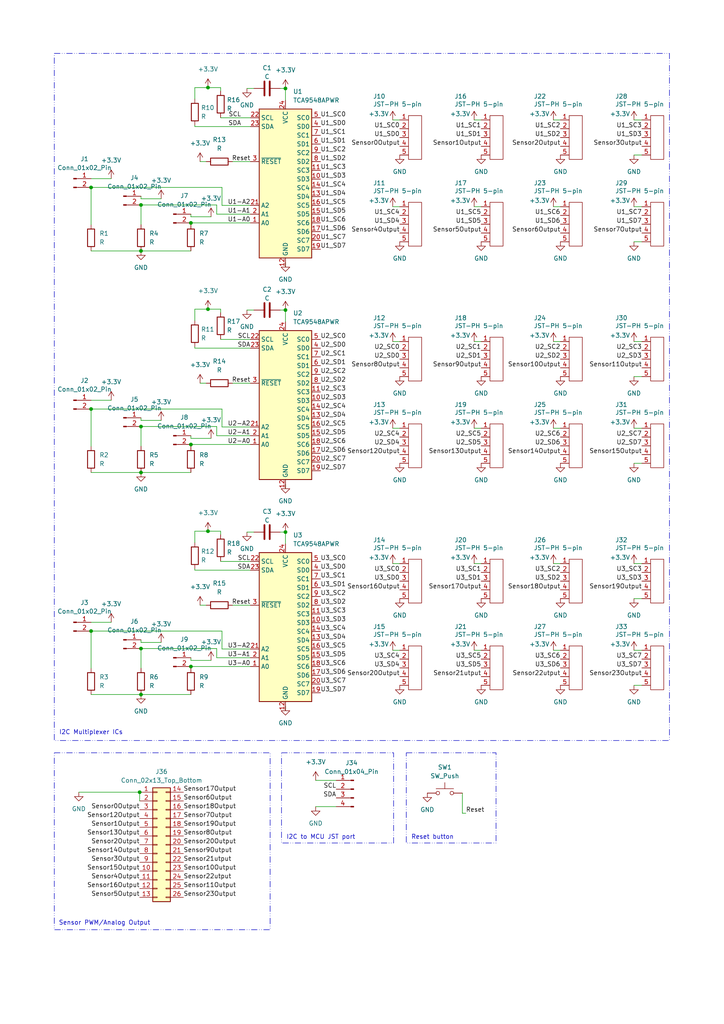
<source format=kicad_sch>
(kicad_sch (version 20230121) (generator eeschema)
  (paper "A4" portrait)
  (title_block (title "I2C Expander Multiplexer Board") (date "2/13/2024") (rev "1") (comment 2 "Uses three generic purple TCA9548A breakout boards as donors"))
  (lib_symbols
    (symbol "Connector:Conn_01x02_Pin" (pin_names (offset 1.016) hide)
      (property "Reference" "J" (at 0 2.54 0))
      (property "Value" "Conn_01x02_Pin" (at 0 -5.08 0))
      (symbol "Conn_01x02_Pin_1_1"
        (pin passive line (at 5.08 0 180) (length 3.81) (name "Pin_1") (number "1"))
        (pin passive line (at 5.08 -2.54 180) (length 3.81) (name "Pin_2") (number "2"))
      )
    )
    (symbol "Connector:Conn_01x04_Pin" (pin_names (offset 1.016) hide)
      (property "Reference" "J" (at 0 5.08 0))
      (property "Value" "Conn_01x04_Pin" (at 0 -7.62 0))
      (symbol "Conn_01x04_Pin_1_1"
        (pin passive line (at 5.08 2.54 180) (length 3.81) (name "Pin_1") (number "1"))
        (pin passive line (at 5.08 0 180) (length 3.81) (name "Pin_2") (number "2"))
        (pin passive line (at 5.08 -2.54 180) (length 3.81) (name "Pin_3") (number "3"))
        (pin passive line (at 5.08 -5.08 180) (length 3.81) (name "Pin_4") (number "4"))
      )
    )
    (symbol "Connector_Generic:Conn_02x13_Top_Bottom" (pin_names (offset 1.016) hide)
      (property "Reference" "J" (at 1.27 17.78 0))
      (property "Value" "Conn_02x13_Top_Bottom" (at 1.27 -17.78 0))
      (symbol "Conn_02x13_Top_Bottom_1_1"
        (pin passive line (at -5.08 15.24 0) (length 3.81) (name "Pin_1") (number "1"))
        (pin passive line (at -5.08 -7.62 0) (length 3.81) (name "Pin_10") (number "10"))
        (pin passive line (at -5.08 -10.16 0) (length 3.81) (name "Pin_11") (number "11"))
        (pin passive line (at -5.08 -12.7 0) (length 3.81) (name "Pin_12") (number "12"))
        (pin passive line (at -5.08 -15.24 0) (length 3.81) (name "Pin_13") (number "13"))
        (pin passive line (at 7.62 15.24 180) (length 3.81) (name "Pin_14") (number "14"))
        (pin passive line (at 7.62 12.7 180) (length 3.81) (name "Pin_15") (number "15"))
        (pin passive line (at 7.62 10.16 180) (length 3.81) (name "Pin_16") (number "16"))
        (pin passive line (at 7.62 7.62 180) (length 3.81) (name "Pin_17") (number "17"))
        (pin passive line (at 7.62 5.08 180) (length 3.81) (name "Pin_18") (number "18"))
        (pin passive line (at 7.62 2.54 180) (length 3.81) (name "Pin_19") (number "19"))
        (pin passive line (at -5.08 12.7 0) (length 3.81) (name "Pin_2") (number "2"))
        (pin passive line (at 7.62 0 180) (length 3.81) (name "Pin_20") (number "20"))
        (pin passive line (at 7.62 -2.54 180) (length 3.81) (name "Pin_21") (number "21"))
        (pin passive line (at 7.62 -5.08 180) (length 3.81) (name "Pin_22") (number "22"))
        (pin passive line (at 7.62 -7.62 180) (length 3.81) (name "Pin_23") (number "23"))
        (pin passive line (at 7.62 -10.16 180) (length 3.81) (name "Pin_24") (number "24"))
        (pin passive line (at 7.62 -12.7 180) (length 3.81) (name "Pin_25") (number "25"))
        (pin passive line (at 7.62 -15.24 180) (length 3.81) (name "Pin_26") (number "26"))
        (pin passive line (at -5.08 10.16 0) (length 3.81) (name "Pin_3") (number "3"))
        (pin passive line (at -5.08 7.62 0) (length 3.81) (name "Pin_4") (number "4"))
        (pin passive line (at -5.08 5.08 0) (length 3.81) (name "Pin_5") (number "5"))
        (pin passive line (at -5.08 2.54 0) (length 3.81) (name "Pin_6") (number "6"))
        (pin passive line (at -5.08 0 0) (length 3.81) (name "Pin_7") (number "7"))
        (pin passive line (at -5.08 -2.54 0) (length 3.81) (name "Pin_8") (number "8"))
        (pin passive line (at -5.08 -5.08 0) (length 3.81) (name "Pin_9") (number "9"))
      )
    )
    (symbol "Device:C" (pin_numbers hide) (pin_names (offset 0.254))
      (property "Reference" "C" (at 0.635 2.54 0))
      (property "Value" "C" (at 0.635 -2.54 0))
      (symbol "C_1_1"
        (pin passive line (at 0 3.81 270) (length 2.794) (name "~") (number "1"))
        (pin passive line (at 0 -3.81 90) (length 2.794) (name "~") (number "2"))
      )
    )
    (symbol "Device:R" (pin_numbers hide) (pin_names (offset 0))
      (property "Reference" "R" (at 2.032 0 90))
      (property "Value" "R" (at 0 0 90))
      (symbol "R_1_1"
        (pin passive line (at 0 3.81 270) (length 1.27) (name "~") (number "1"))
        (pin passive line (at 0 -3.81 90) (length 1.27) (name "~") (number "2"))
      )
    )
    (symbol "Interface_Expansion:TCA9548APWR"
      (property "Reference" "U" (at -7.62 21.59 0))
      (property "Value" "TCA9548APWR" (at 1.016 21.59 0))
      (symbol "TCA9548APWR_1_1"
        (pin input line (at -10.16 -12.7 0) (length 2.54) (name "A0") (number "1"))
        (pin bidirectional line (at 10.16 0 180) (length 2.54) (name "SD3") (number "10"))
        (pin output line (at 10.16 2.54 180) (length 2.54) (name "SC3") (number "11"))
        (pin power_in line (at 0 -25.4 90) (length 2.54) (name "GND") (number "12"))
        (pin bidirectional line (at 10.16 -5.08 180) (length 2.54) (name "SD4") (number "13"))
        (pin output line (at 10.16 -2.54 180) (length 2.54) (name "SC4") (number "14"))
        (pin bidirectional line (at 10.16 -10.16 180) (length 2.54) (name "SD5") (number "15"))
        (pin output line (at 10.16 -7.62 180) (length 2.54) (name "SC5") (number "16"))
        (pin bidirectional line (at 10.16 -15.24 180) (length 2.54) (name "SD6") (number "17"))
        (pin output line (at 10.16 -12.7 180) (length 2.54) (name "SC6") (number "18"))
        (pin bidirectional line (at 10.16 -20.32 180) (length 2.54) (name "SD7") (number "19"))
        (pin input line (at -10.16 -10.16 0) (length 2.54) (name "A1") (number "2"))
        (pin output line (at 10.16 -17.78 180) (length 2.54) (name "SC7") (number "20"))
        (pin input line (at -10.16 -7.62 0) (length 2.54) (name "A2") (number "21"))
        (pin input line (at -10.16 17.78 0) (length 2.54) (name "SCL") (number "22"))
        (pin bidirectional line (at -10.16 15.24 0) (length 2.54) (name "SDA") (number "23"))
        (pin power_in line (at 0 22.86 270) (length 2.54) (name "VCC") (number "24"))
        (pin input line (at -10.16 5.08 0) (length 2.54) (name "~{RESET}") (number "3"))
        (pin bidirectional line (at 10.16 15.24 180) (length 2.54) (name "SD0") (number "4"))
        (pin output line (at 10.16 17.78 180) (length 2.54) (name "SC0") (number "5"))
        (pin bidirectional line (at 10.16 10.16 180) (length 2.54) (name "SD1") (number "6"))
        (pin output line (at 10.16 12.7 180) (length 2.54) (name "SC1") (number "7"))
        (pin bidirectional line (at 10.16 5.08 180) (length 2.54) (name "SD2") (number "8"))
        (pin output line (at 10.16 7.62 180) (length 2.54) (name "SC2") (number "9"))
      )
    )
    (symbol "JST_5pin_SMD_vertical:JST_5pin"
      (property "Reference" "J" (at 5.08 5.08 0))
      (property "Value" "JST-PH 5-pin" (at 11.43 2.54 0))
      (symbol "JST_5pin_0_0"
        (text "" (at -2.54 -2.54 0) (effects (font (size 1.27 1.27))))
      )
      (symbol "JST_5pin_1_1"
        (pin input line (at -2.54 5.08 0) (length 2.54) (name "") (number "1"))
        (pin input line (at -2.54 2.54 0) (length 2.54) (name "") (number "2"))
        (pin input line (at -2.54 0 0) (length 2.54) (name "") (number "3"))
        (pin input line (at -2.54 -2.54 0) (length 2.54) (name "") (number "4"))
        (pin input line (at -2.54 -5.08 0) (length 2.54) (name "") (number "5"))
      )
    )
    (symbol "Switch:SW_Push" (pin_numbers hide) (pin_names (offset 1.016) hide)
      (property "Reference" "SW" (at 1.27 2.54 0))
      (property "Value" "SW_Push" (at 0 -1.524 0))
      (symbol "SW_Push_0_1"
        (pin passive line (at -5.08 0 0) (length 2.54) (name "1") (number "1"))
        (pin passive line (at 5.08 0 180) (length 2.54) (name "2") (number "2"))
      )
    )
    (symbol "power:+3.3V" (power) (pin_names (offset 0))
      (property "Value" "+3.3V" (at 0 3.556 0))
      (symbol "+3.3V_1_1"
        (pin power_in line (at 0 0 90) (length 0) hide (name "+3.3V") (number "1"))
      )
    )
    (symbol "power:GND" (power) (pin_names (offset 0))
      (property "Value" "GND" (at 0 -3.81 0))
      (symbol "GND_1_1"
        (pin power_in line (at 0 0 270) (length 0) hide (name "GND") (number "1"))
      )
    )
  )
  (junction (at 60.325 89.662))
  (junction (at 40.894 137.033))
  (junction (at 40.513 229.743))
  (junction (at 40.894 188.087))
  (junction (at 55.372 193.294))
  (junction (at 40.894 72.771))
  (junction (at 82.804 25.654))
  (junction (at 55.372 64.643))
  (junction (at 40.894 59.436))
  (junction (at 60.325 154.051))
  (junction (at 82.804 154.305))
  (junction (at 26.416 118.618))
  (junction (at 82.804 89.916))
  (junction (at 26.416 54.356))
  (junction (at 40.894 123.698))
  (junction (at 26.416 183.007))
  (junction (at 55.372 128.905))
  (junction (at 40.894 201.422))
  (junction (at 60.325 25.4))
  (wire (pts (xy 64.389 188.214) (xy 72.644 188.214)))
  (wire (pts (xy 183.896 198.755) (xy 186.182 198.755)))
  (wire (pts (xy 113.919 99.06) (xy 115.951 99.06)))
  (wire (pts (xy 46.736 186.309) (xy 40.894 186.309)))
  (wire (pts (xy 62.865 123.698) (xy 62.865 126.365)))
  (wire (pts (xy 55.372 127.127) (xy 55.372 126.365)))
  (wire (pts (xy 58.039 111.125) (xy 59.817 111.125)))
  (wire (pts (xy 160.528 124.206) (xy 162.56 124.206)))
  (wire (pts (xy 160.528 99.06) (xy 162.56 99.06)))
  (wire (pts (xy 40.894 121.92) (xy 40.894 121.158)))
  (wire (pts (xy 82.804 204.851) (xy 82.804 205.994)))
  (wire (pts (xy 160.528 163.449) (xy 162.56 163.449)))
  (wire (pts (xy 40.894 186.309) (xy 40.894 185.547)))
  (wire (pts (xy 56.515 36.703) (xy 72.644 36.703)))
  (wire (pts (xy 183.896 188.595) (xy 186.182 188.595)))
  (wire (pts (xy 40.894 123.698) (xy 62.865 123.698)))
  (wire (pts (xy 183.896 163.449) (xy 186.182 163.449)))
  (wire (pts (xy 113.919 188.595) (xy 115.951 188.595)))
  (wire (pts (xy 82.804 89.916) (xy 82.804 93.345)))
  (wire (pts (xy 73.66 154.305) (xy 71.628 154.305)))
  (wire (pts (xy 56.515 154.051) (xy 60.325 154.051)))
  (wire (pts (xy 55.372 62.865) (xy 55.372 62.103)))
  (wire (pts (xy 64.389 123.825) (xy 72.644 123.825)))
  (wire (pts (xy 32.258 51.816) (xy 26.416 51.816)))
  (wire (pts (xy 55.372 64.643) (xy 55.372 65.151)))
  (wire (pts (xy 26.416 137.033) (xy 40.894 137.033)))
  (wire (pts (xy 97.536 233.934) (xy 91.567 233.934)))
  (wire (pts (xy 60.325 25.4) (xy 64.008 25.4)))
  (wire (pts (xy 55.372 191.516) (xy 55.372 190.754)))
  (wire (pts (xy 64.008 26.416) (xy 64.008 25.4)))
  (wire (pts (xy 137.541 124.206) (xy 139.573 124.206)))
  (wire (pts (xy 183.896 99.06) (xy 186.182 99.06)))
  (wire (pts (xy 56.515 89.662) (xy 60.325 89.662)))
  (wire (pts (xy 81.28 154.305) (xy 82.804 154.305)))
  (wire (pts (xy 113.919 124.206) (xy 115.951 124.206)))
  (wire (pts (xy 72.644 128.905) (xy 55.372 128.905)))
  (wire (pts (xy 64.008 90.678) (xy 64.008 89.662)))
  (wire (pts (xy 26.416 72.771) (xy 40.894 72.771)))
  (wire (pts (xy 64.008 34.163) (xy 64.008 34.036)))
  (wire (pts (xy 64.008 98.425) (xy 72.644 98.425)))
  (wire (pts (xy 62.865 62.103) (xy 72.644 62.103)))
  (wire (pts (xy 82.804 76.2) (xy 82.804 77.343)))
  (wire (pts (xy 26.416 118.618) (xy 64.389 118.618)))
  (wire (pts (xy 26.416 118.618) (xy 26.416 129.413)))
  (wire (pts (xy 60.325 89.662) (xy 64.008 89.662)))
  (wire (pts (xy 64.389 59.563) (xy 72.644 59.563)))
  (wire (pts (xy 183.896 44.958) (xy 186.182 44.958)))
  (wire (pts (xy 26.416 54.356) (xy 26.416 65.151)))
  (wire (pts (xy 97.536 226.314) (xy 91.567 226.314)))
  (wire (pts (xy 60.325 154.051) (xy 64.008 154.051)))
  (wire (pts (xy 56.515 28.702) (xy 56.515 25.4)))
  (wire (pts (xy 137.541 99.06) (xy 139.573 99.06)))
  (wire (pts (xy 64.008 155.067) (xy 64.008 154.051)))
  (wire (pts (xy 40.894 59.436) (xy 40.894 65.151)))
  (wire (pts (xy 67.437 111.125) (xy 72.644 111.125)))
  (wire (pts (xy 40.894 188.087) (xy 62.865 188.087)))
  (wire (pts (xy 67.437 46.863) (xy 72.644 46.863)))
  (wire (pts (xy 160.528 34.798) (xy 162.56 34.798)))
  (wire (pts (xy 62.865 126.365) (xy 72.644 126.365)))
  (wire (pts (xy 64.008 34.163) (xy 72.644 34.163)))
  (wire (pts (xy 40.894 123.698) (xy 40.894 129.413)))
  (wire (pts (xy 135.128 235.839) (xy 134.112 235.839)))
  (wire (pts (xy 160.528 59.944) (xy 162.56 59.944)))
  (wire (pts (xy 81.28 89.916) (xy 82.804 89.916)))
  (wire (pts (xy 82.804 140.462) (xy 82.804 141.605)))
  (wire (pts (xy 72.644 193.294) (xy 55.372 193.294)))
  (wire (pts (xy 82.804 154.305) (xy 82.804 157.734)))
  (wire (pts (xy 72.644 64.643) (xy 55.372 64.643)))
  (wire (pts (xy 137.541 163.449) (xy 139.573 163.449)))
  (wire (pts (xy 32.258 180.467) (xy 26.416 180.467)))
  (wire (pts (xy 64.008 162.814) (xy 64.008 162.687)))
  (wire (pts (xy 55.372 193.294) (xy 55.372 193.802)))
  (wire (pts (xy 137.541 34.798) (xy 139.573 34.798)))
  (wire (pts (xy 61.214 127.127) (xy 55.372 127.127)))
  (wire (pts (xy 183.896 109.22) (xy 186.182 109.22)))
  (wire (pts (xy 56.515 92.964) (xy 56.515 89.662)))
  (wire (pts (xy 81.28 25.654) (xy 82.804 25.654)))
  (wire (pts (xy 55.372 128.905) (xy 55.372 129.413)))
  (wire (pts (xy 73.66 89.916) (xy 71.628 89.916)))
  (wire (pts (xy 73.66 25.654) (xy 71.628 25.654)))
  (wire (pts (xy 46.736 57.658) (xy 40.894 57.658)))
  (wire (pts (xy 137.541 59.944) (xy 139.573 59.944)))
  (wire (pts (xy 56.515 25.4) (xy 60.325 25.4)))
  (wire (pts (xy 61.214 191.516) (xy 55.372 191.516)))
  (wire (pts (xy 183.896 59.944) (xy 186.182 59.944)))
  (wire (pts (xy 113.919 163.449) (xy 115.951 163.449)))
  (wire (pts (xy 40.894 72.771) (xy 55.372 72.771)))
  (wire (pts (xy 32.258 116.078) (xy 26.416 116.078)))
  (wire (pts (xy 26.416 183.007) (xy 64.389 183.007)))
  (wire (pts (xy 26.416 183.007) (xy 26.416 193.802)))
  (wire (pts (xy 58.039 175.514) (xy 59.817 175.514)))
  (wire (pts (xy 183.896 70.104) (xy 186.182 70.104)))
  (wire (pts (xy 183.896 173.609) (xy 186.182 173.609)))
  (wire (pts (xy 40.513 229.743) (xy 22.86 229.743)))
  (wire (pts (xy 56.515 100.965) (xy 56.515 100.584)))
  (wire (pts (xy 64.389 54.356) (xy 64.389 59.563)))
  (wire (pts (xy 64.389 183.007) (xy 64.389 188.214)))
  (wire (pts (xy 137.541 188.595) (xy 139.573 188.595)))
  (wire (pts (xy 56.515 36.703) (xy 56.515 36.322)))
  (wire (pts (xy 56.515 100.965) (xy 72.644 100.965)))
  (wire (pts (xy 64.008 98.425) (xy 64.008 98.298)))
  (wire (pts (xy 183.896 124.206) (xy 186.182 124.206)))
  (wire (pts (xy 113.919 59.944) (xy 115.951 59.944)))
  (wire (pts (xy 40.894 137.033) (xy 55.372 137.033)))
  (wire (pts (xy 64.008 162.814) (xy 72.644 162.814)))
  (wire (pts (xy 40.894 59.436) (xy 62.865 59.436)))
  (wire (pts (xy 56.515 157.353) (xy 56.515 154.051)))
  (wire (pts (xy 26.416 54.356) (xy 64.389 54.356)))
  (wire (pts (xy 40.894 188.087) (xy 40.894 193.802)))
  (wire (pts (xy 46.736 121.92) (xy 40.894 121.92)))
  (wire (pts (xy 134.112 235.839) (xy 134.112 229.997)))
  (wire (pts (xy 40.894 57.658) (xy 40.894 56.896)))
  (wire (pts (xy 67.437 175.514) (xy 72.644 175.514)))
  (wire (pts (xy 58.039 46.863) (xy 59.817 46.863)))
  (wire (pts (xy 26.416 201.422) (xy 40.894 201.422)))
  (wire (pts (xy 61.214 62.865) (xy 55.372 62.865)))
  (wire (pts (xy 183.896 34.798) (xy 186.182 34.798)))
  (wire (pts (xy 183.896 134.366) (xy 186.182 134.366)))
  (wire (pts (xy 64.389 118.618) (xy 64.389 123.825)))
  (wire (pts (xy 62.865 59.436) (xy 62.865 62.103)))
  (wire (pts (xy 160.528 188.595) (xy 162.56 188.595)))
  (wire (pts (xy 113.919 34.798) (xy 115.951 34.798)))
  (wire (pts (xy 56.515 165.354) (xy 56.515 164.973)))
  (wire (pts (xy 40.513 229.743) (xy 40.513 232.283)))
  (wire (pts (xy 62.865 188.087) (xy 62.865 190.754)))
  (wire (pts (xy 56.515 165.354) (xy 72.644 165.354)))
  (wire (pts (xy 82.804 25.654) (xy 82.804 29.083)))
  (wire (pts (xy 62.865 190.754) (xy 72.644 190.754)))
  (wire (pts (xy 40.894 201.422) (xy 55.372 201.422)))
  (rectangle (start 81.661 218.313) (end 114.173 244.475) (stroke (width 0) (type dash_dot_dot)))
  (rectangle (start 117.856 218.313) (end 143.891 244.475) (stroke (width 0) (type dash_dot_dot)))
  (rectangle (start 15.748 15.494) (end 194.183 214.757) (stroke (width 0) (type dash_dot_dot)))
  (rectangle (start 15.748 218.313) (end 78.359 269.621) (stroke (width 0) (type dash_dot_dot)))
  (text "I2C Multiplexer ICs" (at 17.145 213.233 0) (effects (font (size 1.27 1.27)) (justify left bottom)))
  (text "I2C to MCU JST port" (at 83.058 243.586 0) (effects (font (size 1.27 1.27)) (justify left bottom)))
  (text "Sensor PWM/Analog Output" (at 17.018 268.478 0) (effects (font (size 1.27 1.27)) (justify left bottom)))
  (text "Reset button" (at 119.253 243.586 0) (effects (font (size 1.27 1.27)) (justify left bottom)))
  (label "Sensor4Output" (at 115.951 67.564 180))
  (label "Sensor16Output" (at 40.513 257.683 180))
  (label "U1_SC5" (at 92.964 59.563 0))
  (label "Sensor8Output" (at 53.213 242.443 0))
  (label "Reset" (at 72.644 46.863 180))
  (label "U1_SC6" (at 92.964 64.643 0))
  (label "U1_SC6" (at 162.56 62.484 180))
  (label "U3_SC2" (at 162.56 165.989 180))
  (label "U1_SD0" (at 115.951 39.878 180))
  (label "U1_SC1" (at 139.573 37.338 180))
  (label "U2_SC1" (at 92.964 103.505 0))
  (label "U1_SC2" (at 162.56 37.338 180))
  (label "U2_SD4" (at 115.951 129.286 180))
  (label "U2_SC2" (at 162.56 101.6 180))
  (label "SCL" (at 69.977 34.163 180))
  (label "U2_SD3" (at 186.182 104.14 180))
  (label "U2_SD5" (at 139.573 129.286 180))
  (label "U1_SD7" (at 186.182 65.024 180))
  (label "U1_SC2" (at 92.964 44.323 0))
  (label "Sensor13Output" (at 139.573 131.826 180))
  (label "U1_SC0" (at 92.964 34.163 0))
  (label "U3_SC1" (at 92.964 167.894 0))
  (label "U3_SD4" (at 115.951 193.675 180))
  (label "U1-A0" (at 72.644 64.643 180))
  (label "U2_SD6" (at 162.56 129.286 180))
  (label "U1_SC7" (at 92.964 69.723 0))
  (label "U3_SD7" (at 186.182 193.675 180))
  (label "U1_SD4" (at 92.964 57.023 0))
  (label "U3_SC0" (at 92.964 162.814 0))
  (label "U2_SC3" (at 186.182 101.6 180))
  (label "Sensor6Output" (at 162.56 67.564 180))
  (label "U1_SC3" (at 186.182 37.338 180))
  (label "Sensor20Output" (at 53.213 244.983 0))
  (label "U3_SC6" (at 92.964 193.294 0))
  (label "SDA" (at 97.536 231.394 180))
  (label "U1-A2" (at 72.644 59.563 180))
  (label "Sensor10Output" (at 162.56 106.68 180))
  (label "U2_SC5" (at 139.573 126.746 180))
  (label "U2_SC4" (at 115.951 126.746 180))
  (label "U1_SD2" (at 92.964 46.863 0))
  (label "U2_SC0" (at 92.964 98.425 0))
  (label "U1_SD3" (at 186.182 39.878 180))
  (label "U3_SD3" (at 186.182 168.529 180))
  (label "U2_SD0" (at 115.951 104.14 180))
  (label "U1_SC5" (at 139.573 62.484 180))
  (label "U2_SC4" (at 92.964 118.745 0))
  (label "U3-A0" (at 72.644 193.294 180))
  (label "Sensor5Output" (at 139.573 67.564 180))
  (label "U3_SC3" (at 92.964 178.054 0))
  (label "U2_SD0" (at 92.964 100.965 0))
  (label "Sensor17Output" (at 53.213 229.743 0))
  (label "U2_SD1" (at 92.964 106.045 0))
  (label "Sensor6Output" (at 53.213 232.283 0))
  (label "Sensor22utput" (at 162.56 196.215 180))
  (label "U2_SD3" (at 92.964 116.205 0))
  (label "U3_SC7" (at 186.182 191.135 180))
  (label "Sensor14Output" (at 40.513 247.523 180))
  (label "Sensor0Output" (at 40.513 234.823 180))
  (label "U2_SD7" (at 92.964 136.525 0))
  (label "U3-A1" (at 72.644 190.754 180))
  (label "Sensor7Output" (at 186.182 67.564 180))
  (label "U1_SD5" (at 139.573 65.024 180))
  (label "Sensor9Output" (at 139.573 106.68 180))
  (label "U3_SD1" (at 92.964 170.434 0))
  (label "U3_SC1" (at 139.573 165.989 180))
  (label "Sensor2Output" (at 162.56 42.418 180))
  (label "Sensor18Output" (at 162.56 171.069 180))
  (label "SDA" (at 72.644 165.354 180))
  (label "U2_SC0" (at 115.951 101.6 180))
  (label "U3_SC6" (at 162.56 191.135 180))
  (label "U3_SD1" (at 139.573 168.529 180))
  (label "Sensor23Output" (at 53.213 260.223 0))
  (label "Sensor1Output" (at 139.573 42.418 180))
  (label "U1_SC7" (at 186.182 62.484 180))
  (label "U3_SD4" (at 92.964 185.674 0))
  (label "U3_SD2" (at 92.964 175.514 0))
  (label "U2_SD5" (at 92.964 126.365 0))
  (label "SCL" (at 97.536 228.854 180))
  (label "U2-A1" (at 72.644 126.365 180))
  (label "Sensor11Output" (at 53.213 257.683 0))
  (label "SDA" (at 69.977 36.703 180))
  (label "U3_SC3" (at 186.182 165.989 180))
  (label "U1_SC1" (at 92.964 39.243 0))
  (label "Sensor4Output" (at 40.513 255.143 180))
  (label "U3_SD5" (at 139.573 193.675 180))
  (label "U3_SD7" (at 92.964 200.914 0))
  (label "U3_SD5" (at 92.964 190.754 0))
  (label "Sensor21utput" (at 53.213 250.063 0))
  (label "U2_SC6" (at 92.964 128.905 0))
  (label "Sensor21utput" (at 139.573 196.215 180))
  (label "Sensor11Output" (at 186.182 106.68 180))
  (label "U1_SD6" (at 92.964 67.183 0))
  (label "U2_SC2" (at 92.964 108.585 0))
  (label "U3-A2" (at 72.644 188.214 180))
  (label "U1_SD3" (at 92.964 51.943 0))
  (label "U1-A1" (at 72.644 62.103 180))
  (label "U1_SC4" (at 92.964 54.483 0))
  (label "U3_SC5" (at 139.573 191.135 180))
  (label "Sensor3Output" (at 186.182 42.418 180))
  (label "U3_SD6" (at 92.964 195.834 0))
  (label "Sensor12Output" (at 40.513 237.363 180))
  (label "U1_SD7" (at 92.964 72.263 0))
  (label "Sensor15Output" (at 186.182 131.826 180))
  (label "U2_SC5" (at 92.964 123.825 0))
  (label "U2_SD2" (at 162.56 104.14 180))
  (label "U2_SC7" (at 186.182 126.746 180))
  (label "Sensor0Output" (at 115.951 42.418 180))
  (label "Sensor1Output" (at 40.513 239.903 180))
  (label "U1_SC0" (at 115.951 37.338 180))
  (label "Sensor10Output" (at 53.213 252.603 0))
  (label "Sensor22utput" (at 53.213 255.143 0))
  (label "Sensor13Output" (at 40.513 242.443 180))
  (label "Sensor15Output" (at 40.513 252.603 180))
  (label "Sensor17Output" (at 139.573 171.069 180))
  (label "Sensor12Output" (at 115.951 131.826 180))
  (label "U2_SC6" (at 162.56 126.746 180))
  (label "Sensor7Output" (at 53.213 237.363 0))
  (label "Sensor18Output" (at 53.213 234.823 0))
  (label "U2_SD1" (at 139.573 104.14 180))
  (label "Reset" (at 135.128 235.839 0))
  (label "Sensor14Output" (at 162.56 131.826 180))
  (label "U1_SD0" (at 92.964 36.703 0))
  (label "U2_SD4" (at 92.964 121.285 0))
  (label "U3_SC7" (at 92.964 198.374 0))
  (label "U3_SC4" (at 92.964 183.134 0))
  (label "Reset" (at 72.644 175.514 180))
  (label "SDA" (at 72.644 100.965 180))
  (label "Sensor8Output" (at 115.951 106.68 180))
  (label "U1_SD2" (at 162.56 39.878 180))
  (label "Sensor20Output" (at 115.951 196.215 180))
  (label "U3_SD3" (at 92.964 180.594 0))
  (label "Sensor2Output" (at 40.513 244.983 180))
  (label "Sensor19Output" (at 186.182 171.069 180))
  (label "U2_SC1" (at 139.573 101.6 180))
  (label "Sensor16Output" (at 115.951 171.069 180))
  (label "U2-A2" (at 72.644 123.825 180))
  (label "U2-A0" (at 72.644 128.905 180))
  (label "U3_SC4" (at 115.951 191.135 180))
  (label "U2_SC7" (at 92.964 133.985 0))
  (label "SCL" (at 72.644 98.425 180))
  (label "U3_SD0" (at 115.951 168.529 180))
  (label "Sensor19Output" (at 53.213 239.903 0))
  (label "U2_SC3" (at 92.964 113.665 0))
  (label "Sensor5Output" (at 40.513 260.223 180))
  (label "U2_SD2" (at 92.964 111.125 0))
  (label "U1_SD1" (at 139.573 39.878 180))
  (label "U3_SD2" (at 162.56 168.529 180))
  (label "U2_SD7" (at 186.182 129.286 180))
  (label "U1_SD6" (at 162.56 65.024 180))
  (label "U2_SD6" (at 92.964 131.445 0))
  (label "U1_SD4" (at 115.951 65.024 180))
  (label "Sensor3Output" (at 40.513 250.063 180))
  (label "Sensor23Output" (at 186.182 196.215 180))
  (label "Sensor9Output" (at 53.213 247.523 0))
  (label "U3_SC0" (at 115.951 165.989 180))
  (label "U1_SC3" (at 92.964 49.403 0))
  (label "SCL" (at 72.644 162.814 180))
  (label "U3_SD6" (at 162.56 193.675 180))
  (label "Reset" (at 72.644 111.125 180))
  (label "U1_SD1" (at 92.964 41.783 0))
  (label "U1_SD5" (at 92.964 62.103 0))
  (label "U3_SD0" (at 92.964 165.354 0))
  (label "U1_SC4" (at 115.951 62.484 180))
  (label "U3_SC2" (at 92.964 172.974 0))
  (label "U3_SC5" (at 92.964 188.214 0))
  (symbol (lib_id "JST_5pin_SMD_vertical:JST_5pin") (at 142.113 168.529 0) (unit 1)
    (property "Reference" "J20" (at 131.826 156.591 0) (effects (justify left)))
    (property "Value" "JST-PH 5-pin" (at 131.826 158.877 0) (effects (justify left)))
    (property "Footprint" "Connector_JST:JST_PH_B5B-PH-K_1x05_P2.00mm_Vertical" (effects hide))
  )
  (symbol (lib_id "power:+3.3V") (at 160.528 188.595 0) (unit 1)
    (property "Reference" "#PWR057" (effects hide))
    (property "Value" "+3.3V" (at 156.464 186.817 0))
  )
  (symbol (lib_id "JST_5pin_SMD_vertical:JST_5pin") (at 188.722 168.529 0) (unit 1)
    (property "Reference" "J32" (at 178.435 156.591 0) (effects (justify left)))
    (property "Value" "JST-PH 5-pin" (at 178.435 158.877 0) (effects (justify left)))
    (property "Footprint" "Connector_JST:JST_PH_B5B-PH-K_1x05_P2.00mm_Vertical" (effects hide))
  )
  (symbol (lib_id "power:+3.3V") (at 32.258 116.078 0) (unit 1)
    (property "Reference" "#PWR02" (effects hide))
    (property "Value" "+3.3V" (at 32.258 110.744 0))
  )
  (symbol (lib_id "power:+3.3V") (at 32.258 51.816 0) (unit 1)
    (property "Reference" "#PWR01" (effects hide))
    (property "Value" "+3.3V" (at 32.258 46.482 0))
  )
  (symbol (lib_id "Device:R") (at 26.416 133.223 180) (unit 1)
    (property "Reference" "R2" (at 28.829 131.953 0) (effects (justify right)))
    (property "Value" "R" (at 28.829 134.493 0) (effects (justify right)))
    (property "Footprint" "Resistor_SMD:R_0805_2012Metric_Pad1.20x1.40mm_HandSolder" (effects hide))
  )
  (symbol (lib_id "power:+3.3V") (at 61.214 127.127 0) (unit 1)
    (property "Reference" "#PWR011" (effects hide))
    (property "Value" "+3.3V" (at 61.214 121.793 0))
  )
  (symbol (lib_id "JST_5pin_SMD_vertical:JST_5pin") (at 118.491 168.529 0) (unit 1)
    (property "Reference" "J14" (at 108.204 156.591 0) (effects (justify left)))
    (property "Value" "JST-PH 5-pin" (at 108.204 158.877 0) (effects (justify left)))
    (property "Footprint" "Connector_JST:JST_PH_B5B-PH-K_1x05_P2.00mm_Vertical" (effects hide))
  )
  (symbol (lib_id "Device:R") (at 56.515 96.774 0) (unit 1)
    (property "Reference" "R11" (at 58.293 95.504 0) (effects (justify left)))
    (property "Value" "R" (at 58.293 98.044 0) (effects (justify left)))
    (property "Footprint" "Resistor_SMD:R_0805_2012Metric_Pad1.20x1.40mm_HandSolder" (effects hide))
  )
  (symbol (lib_id "power:+3.3V") (at 183.896 188.595 0) (unit 1)
    (property "Reference" "#PWR074" (effects hide))
    (property "Value" "+3.3V" (at 179.832 186.817 0))
  )
  (symbol (lib_id "Switch:SW_Push") (at 129.032 229.997 0) (unit 1)
    (property "Reference" "SW1" (at 129.032 222.504 0))
    (property "Value" "SW_Push" (at 129.032 225.044 0))
    (property "Footprint" "Button_Switch_SMD:SW_SPST_CK_RS282G05A3" (effects hide))
  )
  (symbol (lib_id "power:+3.3V") (at 160.528 124.206 0) (unit 1)
    (property "Reference" "#PWR055" (effects hide))
    (property "Value" "+3.3V" (at 156.464 122.428 0))
  )
  (symbol (lib_id "power:+3.3V") (at 113.919 163.449 0) (unit 1)
    (property "Reference" "#PWR032" (effects hide))
    (property "Value" "+3.3V" (at 109.855 161.671 0))
  )
  (symbol (lib_id "power:GND") (at 139.573 173.609 0) (unit 1)
    (property "Reference" "#PWR050" (effects hide))
    (property "Value" "GND" (at 139.573 178.435 0))
  )
  (symbol (lib_id "power:GND") (at 162.56 109.22 0) (unit 1)
    (property "Reference" "#PWR060" (effects hide))
    (property "Value" "GND" (at 162.56 114.046 0))
  )
  (symbol (lib_id "Connector:Conn_01x02_Pin") (at 21.336 51.816 0) (unit 1)
    (property "Reference" "J1" (at 24.511 46.101 0))
    (property "Value" "Conn_01x02_Pin" (at 24.511 48.641 0))
    (property "Footprint" "Connector_PinHeader_2.54mm:PinHeader_1x02_P2.54mm_Vertical" (effects hide))
  )
  (symbol (lib_id "power:GND") (at 139.573 70.104 0) (unit 1)
    (property "Reference" "#PWR047" (effects hide))
    (property "Value" "GND" (at 139.573 74.93 0))
  )
  (symbol (lib_id "JST_5pin_SMD_vertical:JST_5pin") (at 118.491 129.286 0) (unit 1)
    (property "Reference" "J13" (at 108.204 117.348 0) (effects (justify left)))
    (property "Value" "JST-PH 5-pin" (at 108.204 119.634 0) (effects (justify left)))
    (property "Footprint" "Connector_JST:JST_PH_B5B-PH-K_1x05_P2.00mm_Vertical" (effects hide))
  )
  (symbol (lib_id "power:+3.3V") (at 113.919 34.798 0) (unit 1)
    (property "Reference" "#PWR028" (effects hide))
    (property "Value" "+3.3V" (at 109.855 33.02 0))
  )
  (symbol (lib_id "power:GND") (at 82.804 140.462 0) (unit 1)
    (property "Reference" "#PWR025" (effects hide))
    (property "Value" "GND" (at 82.804 145.288 0))
  )
  (symbol (lib_id "power:+3.3V") (at 46.736 121.92 0) (unit 1)
    (property "Reference" "#PWR08" (effects hide))
    (property "Value" "+3.3V" (at 46.736 116.586 0))
  )
  (symbol (lib_id "power:GND") (at 139.573 198.755 0) (unit 1)
    (property "Reference" "#PWR051" (effects hide))
    (property "Value" "GND" (at 139.573 203.581 0))
  )
  (symbol (lib_id "JST_5pin_SMD_vertical:JST_5pin") (at 118.491 65.024 0) (unit 1)
    (property "Reference" "J11" (at 108.204 53.086 0) (effects (justify left)))
    (property "Value" "JST-PH 5-pin" (at 108.204 55.372 0) (effects (justify left)))
    (property "Footprint" "Connector_JST:JST_PH_B5B-PH-K_1x05_P2.00mm_Vertical" (effects hide))
  )
  (symbol (lib_id "Connector_Generic:Conn_02x13_Top_Bottom") (at 45.593 244.983 0) (unit 1)
    (property "Reference" "J36" (at 46.863 223.774 0))
    (property "Value" "Conn_02x13_Top_Bottom" (at 46.863 226.314 0))
    (property "Footprint" "Connector_PinHeader_2.54mm:PinHeader_2x13_P2.54mm_Vertical" (effects hide))
  )
  (symbol (lib_id "power:+3.3V") (at 137.541 59.944 0) (unit 1)
    (property "Reference" "#PWR041" (effects hide))
    (property "Value" "+3.3V" (at 133.477 58.166 0))
  )
  (symbol (lib_id "power:GND") (at 115.951 44.958 0) (unit 1)
    (property "Reference" "#PWR034" (effects hide))
    (property "Value" "GND" (at 115.951 49.784 0))
  )
  (symbol (lib_id "power:+3.3V") (at 160.528 59.944 0) (unit 1)
    (property "Reference" "#PWR053" (effects hide))
    (property "Value" "+3.3V" (at 156.464 58.166 0))
  )
  (symbol (lib_id "Connector:Conn_01x02_Pin") (at 35.814 185.547 0) (unit 1)
    (property "Reference" "J6" (at 38.989 180.213 0))
    (property "Value" "Conn_01x02_Pin" (at 38.989 182.753 0))
    (property "Footprint" "Connector_PinHeader_2.54mm:PinHeader_1x02_P2.54mm_Vertical" (effects hide))
  )
  (symbol (lib_id "Connector:Conn_01x04_Pin") (at 102.616 228.854 0) (mirror y) (unit 1)
    (property "Reference" "J34" (at 101.981 221.234 0))
    (property "Value" "Conn_01x04_Pin" (at 101.981 223.774 0))
    (property "Footprint" "Connector_JST:JST_PH_B4B-PH-K_1x04_P2.00mm_Vertical" (effects hide))
  )
  (symbol (lib_id "power:+3.3V") (at 46.736 57.658 0) (unit 1)
    (property "Reference" "#PWR07" (effects hide))
    (property "Value" "+3.3V" (at 46.736 52.324 0))
  )
  (symbol (lib_id "power:+3.3V") (at 183.896 124.206 0) (unit 1)
    (property "Reference" "#PWR070" (effects hide))
    (property "Value" "+3.3V" (at 179.832 122.428 0))
  )
  (symbol (lib_id "Device:R") (at 40.894 197.612 180) (unit 1)
    (property "Reference" "R6" (at 43.307 196.342 0) (effects (justify right)))
    (property "Value" "R" (at 43.307 198.882 0) (effects (justify right)))
    (property "Footprint" "Resistor_SMD:R_0805_2012Metric_Pad1.20x1.40mm_HandSolder" (effects hide))
  )
  (symbol (lib_id "JST_5pin_SMD_vertical:JST_5pin") (at 165.1 129.286 0) (unit 1)
    (property "Reference" "J25" (at 154.813 117.348 0) (effects (justify left)))
    (property "Value" "JST-PH 5-pin" (at 154.813 119.634 0) (effects (justify left)))
    (property "Footprint" "Connector_JST:JST_PH_B5B-PH-K_1x05_P2.00mm_Vertical" (effects hide))
  )
  (symbol (lib_id "power:+3.3V") (at 60.325 154.051 0) (unit 1)
    (property "Reference" "#PWR018" (effects hide))
    (property "Value" "+3.3V" (at 60.325 148.717 0))
  )
  (symbol (lib_id "power:+3.3V") (at 58.039 111.125 0) (unit 1)
    (property "Reference" "#PWR014" (effects hide))
    (property "Value" "+3.3V" (at 58.039 105.791 0))
  )
  (symbol (lib_id "Device:R") (at 64.008 94.488 0) (unit 1)
    (property "Reference" "R17" (at 65.786 93.218 0) (effects (justify left)))
    (property "Value" "R" (at 65.786 95.758 0) (effects (justify left)))
    (property "Footprint" "Resistor_SMD:R_0805_2012Metric_Pad1.20x1.40mm_HandSolder" (effects hide))
  )
  (symbol (lib_id "power:GND") (at 162.56 173.609 0) (unit 1)
    (property "Reference" "#PWR062" (effects hide))
    (property "Value" "GND" (at 162.56 178.435 0))
  )
  (symbol (lib_id "power:+3.3V") (at 58.039 46.863 0) (unit 1)
    (property "Reference" "#PWR013" (effects hide))
    (property "Value" "+3.3V" (at 58.039 41.529 0))
  )
  (symbol (lib_id "Connector:Conn_01x02_Pin") (at 35.814 121.158 0) (unit 1)
    (property "Reference" "J5" (at 38.989 115.824 0))
    (property "Value" "Conn_01x02_Pin" (at 38.989 118.364 0))
    (property "Footprint" "Connector_PinHeader_2.54mm:PinHeader_1x02_P2.54mm_Vertical" (effects hide))
  )
  (symbol (lib_id "power:GND") (at 183.896 198.755 0) (mirror y) (unit 1)
    (property "Reference" "#PWR075" (effects hide))
    (property "Value" "GND" (at 183.896 203.581 0))
  )
  (symbol (lib_id "power:GND") (at 82.804 204.851 0) (unit 1)
    (property "Reference" "#PWR027" (effects hide))
    (property "Value" "GND" (at 82.804 209.677 0))
  )
  (symbol (lib_id "power:GND") (at 22.86 229.743 0) (mirror y) (unit 1)
    (property "Reference" "#PWR078" (effects hide))
    (property "Value" "GND" (at 22.86 234.569 0))
  )
  (symbol (lib_id "power:GND") (at 183.896 44.958 0) (mirror y) (unit 1)
    (property "Reference" "#PWR065" (effects hide))
    (property "Value" "GND" (at 183.896 49.784 0))
  )
  (symbol (lib_id "power:GND") (at 115.951 109.22 0) (unit 1)
    (property "Reference" "#PWR036" (effects hide))
    (property "Value" "GND" (at 115.951 114.046 0))
  )
  (symbol (lib_id "power:GND") (at 162.56 198.755 0) (unit 1)
    (property "Reference" "#PWR063" (effects hide))
    (property "Value" "GND" (at 162.56 203.581 0))
  )
  (symbol (lib_id "Device:R") (at 40.894 133.223 180) (unit 1)
    (property "Reference" "R5" (at 43.307 131.953 0) (effects (justify right)))
    (property "Value" "R" (at 43.307 134.493 0) (effects (justify right)))
    (property "Footprint" "Resistor_SMD:R_0805_2012Metric_Pad1.20x1.40mm_HandSolder" (effects hide))
  )
  (symbol (lib_id "power:+3.3V") (at 137.541 163.449 0) (unit 1)
    (property "Reference" "#PWR044" (effects hide))
    (property "Value" "+3.3V" (at 133.477 161.671 0))
  )
  (symbol (lib_id "power:+3.3V") (at 113.919 188.595 0) (unit 1)
    (property "Reference" "#PWR033" (effects hide))
    (property "Value" "+3.3V" (at 109.855 186.817 0))
  )
  (symbol (lib_id "JST_5pin_SMD_vertical:JST_5pin") (at 118.491 39.878 0) (unit 1)
    (property "Reference" "J10" (at 108.204 27.94 0) (effects (justify left)))
    (property "Value" "JST-PH 5-pin" (at 108.204 30.226 0) (effects (justify left)))
    (property "Footprint" "Connector_JST:JST_PH_B5B-PH-K_1x05_P2.00mm_Vertical" (effects hide))
  )
  (symbol (lib_id "power:GND") (at 183.896 109.22 0) (mirror y) (unit 1)
    (property "Reference" "#PWR069" (effects hide))
    (property "Value" "GND" (at 183.896 114.046 0))
  )
  (symbol (lib_id "JST_5pin_SMD_vertical:JST_5pin") (at 142.113 39.878 0) (unit 1)
    (property "Reference" "J16" (at 131.826 27.94 0) (effects (justify left)))
    (property "Value" "JST-PH 5-pin" (at 131.826 30.226 0) (effects (justify left)))
    (property "Footprint" "Connector_JST:JST_PH_B5B-PH-K_1x05_P2.00mm_Vertical" (effects hide))
  )
  (symbol (lib_id "power:GND") (at 183.896 134.366 0) (mirror y) (unit 1)
    (property "Reference" "#PWR071" (effects hide))
    (property "Value" "GND" (at 183.896 139.192 0))
  )
  (symbol (lib_id "power:GND") (at 139.573 109.22 0) (unit 1)
    (property "Reference" "#PWR048" (effects hide))
    (property "Value" "GND" (at 139.573 114.046 0))
  )
  (symbol (lib_id "JST_5pin_SMD_vertical:JST_5pin") (at 188.722 193.675 0) (unit 1)
    (property "Reference" "J33" (at 178.435 181.737 0) (effects (justify left)))
    (property "Value" "JST-PH 5-pin" (at 178.435 184.023 0) (effects (justify left)))
    (property "Footprint" "Connector_JST:JST_PH_B5B-PH-K_1x05_P2.00mm_Vertical" (effects hide))
  )
  (symbol (lib_id "power:GND") (at 115.951 173.609 0) (unit 1)
    (property "Reference" "#PWR038" (effects hide))
    (property "Value" "GND" (at 115.951 178.435 0))
  )
  (symbol (lib_id "power:+3.3V") (at 183.896 34.798 0) (unit 1)
    (property "Reference" "#PWR064" (effects hide))
    (property "Value" "+3.3V" (at 179.832 33.02 0))
  )
  (symbol (lib_id "power:GND") (at 82.804 76.2 0) (unit 1)
    (property "Reference" "#PWR023" (effects hide))
    (property "Value" "GND" (at 82.804 81.026 0))
  )
  (symbol (lib_id "power:+3.3V") (at 137.541 34.798 0) (unit 1)
    (property "Reference" "#PWR040" (effects hide))
    (property "Value" "+3.3V" (at 133.477 33.02 0))
  )
  (symbol (lib_id "Device:C") (at 77.47 25.654 90) (unit 1)
    (property "Reference" "C1" (at 77.47 19.685 90))
    (property "Value" "C" (at 77.47 22.225 90))
    (property "Footprint" "Capacitor_SMD:C_0805_2012Metric_Pad1.18x1.45mm_HandSolder" (effects hide))
  )
  (symbol (lib_id "Interface_Expansion:TCA9548APWR") (at 82.804 180.594 0) (unit 1)
    (property "Reference" "U3" (at 84.9981 155.194 0) (effects (justify left)))
    (property "Value" "TCA9548APWR" (at 84.9981 157.734 0) (effects (justify left)))
    (property "Footprint" "i2c_muliplex:SOP65P640X120-24N" (effects hide))
    (property "Datasheet" "http://www.ti.com/lit/ds/symlink/tca9548a.pdf" (effects hide))
  )
  (symbol (lib_id "power:+3.3V") (at 46.736 186.309 0) (unit 1)
    (property "Reference" "#PWR09" (effects hide))
    (property "Value" "+3.3V" (at 46.736 180.975 0))
  )
  (symbol (lib_id "power:+3.3V") (at 32.258 180.467 0) (unit 1)
    (property "Reference" "#PWR03" (effects hide))
    (property "Value" "+3.3V" (at 32.258 175.133 0))
  )
  (symbol (lib_id "Device:R") (at 55.372 68.961 180) (unit 1)
    (property "Reference" "R7" (at 57.785 67.691 0) (effects (justify right)))
    (property "Value" "R" (at 57.785 70.231 0) (effects (justify right)))
    (property "Footprint" "Resistor_SMD:R_0805_2012Metric_Pad1.20x1.40mm_HandSolder" (effects hide))
  )
  (symbol (lib_id "Device:R") (at 63.627 46.863 90) (unit 1)
    (property "Reference" "R13" (at 63.627 40.513 90))
    (property "Value" "R" (at 63.627 43.053 90))
    (property "Footprint" "Resistor_SMD:R_0805_2012Metric_Pad1.20x1.40mm_HandSolder" (effects hide))
  )
  (symbol (lib_id "power:GND") (at 40.894 137.033 0) (unit 1)
    (property "Reference" "#PWR05" (effects hide))
    (property "Value" "GND" (at 40.894 141.859 0))
  )
  (symbol (lib_id "power:+3.3V") (at 160.528 99.06 0) (unit 1)
    (property "Reference" "#PWR054" (effects hide))
    (property "Value" "+3.3V" (at 156.464 97.282 0))
  )
  (symbol (lib_id "power:GND") (at 139.573 134.366 0) (unit 1)
    (property "Reference" "#PWR049" (effects hide))
    (property "Value" "GND" (at 139.573 139.192 0))
  )
  (symbol (lib_id "power:GND") (at 71.628 89.916 0) (unit 1)
    (property "Reference" "#PWR020" (effects hide))
    (property "Value" "GND" (at 71.628 94.742 0))
  )
  (symbol (lib_id "JST_5pin_SMD_vertical:JST_5pin") (at 188.722 129.286 0) (unit 1)
    (property "Reference" "J31" (at 178.435 117.348 0) (effects (justify left)))
    (property "Value" "JST-PH 5-pin" (at 178.435 119.634 0) (effects (justify left)))
    (property "Footprint" "Connector_JST:JST_PH_B5B-PH-K_1x05_P2.00mm_Vertical" (effects hide))
  )
  (symbol (lib_id "power:GND") (at 183.896 70.104 0) (mirror y) (unit 1)
    (property "Reference" "#PWR067" (effects hide))
    (property "Value" "GND" (at 183.896 74.93 0))
  )
  (symbol (lib_id "Device:C") (at 77.47 154.305 90) (unit 1)
    (property "Reference" "C3" (at 77.47 148.336 90))
    (property "Value" "C" (at 77.47 150.876 90))
    (property "Footprint" "Capacitor_SMD:C_0805_2012Metric_Pad1.18x1.45mm_HandSolder" (effects hide))
  )
  (symbol (lib_id "power:GND") (at 40.894 72.771 0) (unit 1)
    (property "Reference" "#PWR04" (effects hide))
    (property "Value" "GND" (at 40.894 77.597 0))
  )
  (symbol (lib_id "JST_5pin_SMD_vertical:JST_5pin") (at 118.491 104.14 0) (unit 1)
    (property "Reference" "J12" (at 108.204 92.202 0) (effects (justify left)))
    (property "Value" "JST-PH 5-pin" (at 108.204 94.488 0) (effects (justify left)))
    (property "Footprint" "Connector_JST:JST_PH_B5B-PH-K_1x05_P2.00mm_Vertical" (effects hide))
  )
  (symbol (lib_id "power:+3.3V") (at 82.804 25.654 0) (unit 1)
    (property "Reference" "#PWR022" (effects hide))
    (property "Value" "+3.3V" (at 82.804 20.32 0))
  )
  (symbol (lib_id "power:+3.3V") (at 61.214 191.516 0) (unit 1)
    (property "Reference" "#PWR012" (effects hide))
    (property "Value" "+3.3V" (at 61.214 186.182 0))
  )
  (symbol (lib_id "Connector:Conn_01x02_Pin") (at 50.292 62.103 0) (unit 1)
    (property "Reference" "J7" (at 53.467 56.769 0))
    (property "Value" "Conn_01x02_Pin" (at 53.467 59.309 0))
    (property "Footprint" "Connector_PinHeader_2.54mm:PinHeader_1x02_P2.54mm_Vertical" (effects hide))
  )
  (symbol (lib_id "power:GND") (at 162.56 70.104 0) (unit 1)
    (property "Reference" "#PWR059" (effects hide))
    (property "Value" "GND" (at 162.56 74.93 0))
  )
  (symbol (lib_id "power:GND") (at 71.628 25.654 0) (unit 1)
    (property "Reference" "#PWR019" (effects hide))
    (property "Value" "GND" (at 71.628 30.48 0))
  )
  (symbol (lib_id "power:+3.3V") (at 113.919 59.944 0) (unit 1)
    (property "Reference" "#PWR029" (effects hide))
    (property "Value" "+3.3V" (at 109.855 58.166 0))
  )
  (symbol (lib_id "power:+3.3V") (at 183.896 59.944 0) (unit 1)
    (property "Reference" "#PWR066" (effects hide))
    (property "Value" "+3.3V" (at 179.832 58.166 0))
  )
  (symbol (lib_id "power:+3.3V") (at 160.528 34.798 0) (unit 1)
    (property "Reference" "#PWR052" (effects hide))
    (property "Value" "+3.3V" (at 156.464 33.02 0))
  )
  (symbol (lib_id "power:+3.3V") (at 58.039 175.514 0) (unit 1)
    (property "Reference" "#PWR015" (effects hide))
    (property "Value" "+3.3V" (at 58.039 170.18 0))
  )
  (symbol (lib_id "JST_5pin_SMD_vertical:JST_5pin") (at 188.722 65.024 0) (unit 1)
    (property "Reference" "J29" (at 178.435 53.086 0) (effects (justify left)))
    (property "Value" "JST-PH 5-pin" (at 178.435 55.372 0) (effects (justify left)))
    (property "Footprint" "Connector_JST:JST_PH_B5B-PH-K_1x05_P2.00mm_Vertical" (effects hide))
  )
  (symbol (lib_id "power:+3.3V") (at 113.919 99.06 0) (unit 1)
    (property "Reference" "#PWR030" (effects hide))
    (property "Value" "+3.3V" (at 109.855 97.282 0))
  )
  (symbol (lib_id "JST_5pin_SMD_vertical:JST_5pin") (at 142.113 65.024 0) (unit 1)
    (property "Reference" "J17" (at 131.826 53.086 0) (effects (justify left)))
    (property "Value" "JST-PH 5-pin" (at 131.826 55.372 0) (effects (justify left)))
    (property "Footprint" "Connector_JST:JST_PH_B5B-PH-K_1x05_P2.00mm_Vertical" (effects hide))
  )
  (symbol (lib_id "power:GND") (at 162.56 134.366 0) (unit 1)
    (property "Reference" "#PWR061" (effects hide))
    (property "Value" "GND" (at 162.56 139.192 0))
  )
  (symbol (lib_id "Device:R") (at 56.515 161.163 0) (unit 1)
    (property "Reference" "R12" (at 58.293 159.893 0) (effects (justify left)))
    (property "Value" "R" (at 58.293 162.433 0) (effects (justify left)))
    (property "Footprint" "Resistor_SMD:R_0805_2012Metric_Pad1.20x1.40mm_HandSolder" (effects hide))
  )
  (symbol (lib_id "Connector:Conn_01x02_Pin") (at 50.292 190.754 0) (unit 1)
    (property "Reference" "J9" (at 53.467 185.42 0))
    (property "Value" "Conn_01x02_Pin" (at 53.467 187.96 0))
    (property "Footprint" "Connector_PinHeader_2.54mm:PinHeader_1x02_P2.54mm_Vertical" (effects hide))
  )
  (symbol (lib_id "Connector:Conn_01x02_Pin") (at 21.336 180.467 0) (unit 1)
    (property "Reference" "J3" (at 24.511 174.752 0))
    (property "Value" "Conn_01x02_Pin" (at 24.511 177.292 0))
    (property "Footprint" "Connector_PinHeader_2.54mm:PinHeader_1x02_P2.54mm_Vertical" (effects hide))
  )
  (symbol (lib_id "power:GND") (at 91.567 233.934 0) (mirror y) (unit 1)
    (property "Reference" "#PWR080" (effects hide))
    (property "Value" "GND" (at 91.567 238.76 0))
  )
  (symbol (lib_id "power:+3.3V") (at 137.541 124.206 0) (unit 1)
    (property "Reference" "#PWR043" (effects hide))
    (property "Value" "+3.3V" (at 133.477 122.428 0))
  )
  (symbol (lib_id "Device:R") (at 64.008 30.226 0) (unit 1)
    (property "Reference" "R16" (at 65.786 28.956 0) (effects (justify left)))
    (property "Value" "R" (at 65.786 31.496 0) (effects (justify left)))
    (property "Footprint" "Resistor_SMD:R_0805_2012Metric_Pad1.20x1.40mm_HandSolder" (effects hide))
  )
  (symbol (lib_id "power:+3.3V") (at 82.804 154.305 0) (unit 1)
    (property "Reference" "#PWR026" (effects hide))
    (property "Value" "+3.3V" (at 82.804 148.971 0))
  )
  (symbol (lib_id "Device:R") (at 63.627 175.514 90) (unit 1)
    (property "Reference" "R15" (at 63.627 169.164 90))
    (property "Value" "R" (at 63.627 171.704 90))
    (property "Footprint" "Resistor_SMD:R_0805_2012Metric_Pad1.20x1.40mm_HandSolder" (effects hide))
  )
  (symbol (lib_id "power:GND") (at 115.951 134.366 0) (unit 1)
    (property "Reference" "#PWR037" (effects hide))
    (property "Value" "GND" (at 115.951 139.192 0))
  )
  (symbol (lib_id "power:GND") (at 162.56 44.958 0) (unit 1)
    (property "Reference" "#PWR058" (effects hide))
    (property "Value" "GND" (at 162.56 49.784 0))
  )
  (symbol (lib_id "power:GND") (at 71.628 154.305 0) (unit 1)
    (property "Reference" "#PWR021" (effects hide))
    (property "Value" "GND" (at 71.628 159.131 0))
  )
  (symbol (lib_id "JST_5pin_SMD_vertical:JST_5pin") (at 188.722 104.14 0) (unit 1)
    (property "Reference" "J30" (at 178.435 92.202 0) (effects (justify left)))
    (property "Value" "JST-PH 5-pin" (at 178.435 94.488 0) (effects (justify left)))
    (property "Footprint" "Connector_JST:JST_PH_B5B-PH-K_1x05_P2.00mm_Vertical" (effects hide))
  )
  (symbol (lib_id "JST_5pin_SMD_vertical:JST_5pin") (at 142.113 104.14 0) (unit 1)
    (property "Reference" "J18" (at 131.826 92.202 0) (effects (justify left)))
    (property "Value" "JST-PH 5-pin" (at 131.826 94.488 0) (effects (justify left)))
    (property "Footprint" "Connector_JST:JST_PH_B5B-PH-K_1x05_P2.00mm_Vertical" (effects hide))
  )
  (symbol (lib_id "power:+3.3V") (at 183.896 163.449 0) (unit 1)
    (property "Reference" "#PWR072" (effects hide))
    (property "Value" "+3.3V" (at 179.832 161.671 0))
  )
  (symbol (lib_id "Device:R") (at 64.008 158.877 0) (unit 1)
    (property "Reference" "R18" (at 65.786 157.607 0) (effects (justify left)))
    (property "Value" "R" (at 65.786 160.147 0) (effects (justify left)))
    (property "Footprint" "Resistor_SMD:R_0805_2012Metric_Pad1.20x1.40mm_HandSolder" (effects hide))
  )
  (symbol (lib_id "Device:R") (at 63.627 111.125 90) (unit 1)
    (property "Reference" "R14" (at 63.627 104.775 90))
    (property "Value" "R" (at 63.627 107.315 90))
    (property "Footprint" "Resistor_SMD:R_0805_2012Metric_Pad1.20x1.40mm_HandSolder" (effects hide))
  )
  (symbol (lib_id "JST_5pin_SMD_vertical:JST_5pin") (at 165.1 65.024 0) (unit 1)
    (property "Reference" "J23" (at 154.813 53.086 0) (effects (justify left)))
    (property "Value" "JST-PH 5-pin" (at 154.813 55.372 0) (effects (justify left)))
    (property "Footprint" "Connector_JST:JST_PH_B5B-PH-K_1x05_P2.00mm_Vertical" (effects hide))
  )
  (symbol (lib_id "Connector:Conn_01x02_Pin") (at 21.336 116.078 0) (unit 1)
    (property "Reference" "J2" (at 24.511 110.363 0))
    (property "Value" "Conn_01x02_Pin" (at 24.511 112.903 0))
    (property "Footprint" "Connector_PinHeader_2.54mm:PinHeader_1x02_P2.54mm_Vertical" (effects hide))
  )
  (symbol (lib_id "power:+3.3V") (at 160.528 163.449 0) (unit 1)
    (property "Reference" "#PWR056" (effects hide))
    (property "Value" "+3.3V" (at 156.464 161.671 0))
  )
  (symbol (lib_id "power:+3.3V") (at 183.896 99.06 0) (unit 1)
    (property "Reference" "#PWR068" (effects hide))
    (property "Value" "+3.3V" (at 179.832 97.282 0))
  )
  (symbol (lib_id "Device:R") (at 56.515 32.512 0) (unit 1)
    (property "Reference" "R10" (at 58.293 31.242 0) (effects (justify left)))
    (property "Value" "R" (at 58.293 33.782 0) (effects (justify left)))
    (property "Footprint" "Resistor_SMD:R_0805_2012Metric_Pad1.20x1.40mm_HandSolder" (effects hide))
  )
  (symbol (lib_id "JST_5pin_SMD_vertical:JST_5pin") (at 165.1 193.675 0) (unit 1)
    (property "Reference" "J27" (at 154.813 181.737 0) (effects (justify left)))
    (property "Value" "JST-PH 5-pin" (at 154.813 184.023 0) (effects (justify left)))
    (property "Footprint" "Connector_JST:JST_PH_B5B-PH-K_1x05_P2.00mm_Vertical" (effects hide))
  )
  (symbol (lib_id "Connector:Conn_01x02_Pin") (at 35.814 56.896 0) (unit 1)
    (property "Reference" "J4" (at 38.989 51.562 0))
    (property "Value" "Conn_01x02_Pin" (at 38.989 54.102 0))
    (property "Footprint" "Connector_PinHeader_2.54mm:PinHeader_1x02_P2.54mm_Vertical" (effects hide))
  )
  (symbol (lib_id "power:+3.3V") (at 91.567 226.314 0) (unit 1)
    (property "Reference" "#PWR079" (effects hide))
    (property "Value" "+3.3V" (at 91.567 220.98 0))
  )
  (symbol (lib_id "power:+3.3V") (at 113.919 124.206 0) (unit 1)
    (property "Reference" "#PWR031" (effects hide))
    (property "Value" "+3.3V" (at 109.855 122.428 0))
  )
  (symbol (lib_id "power:+3.3V") (at 137.541 188.595 0) (unit 1)
    (property "Reference" "#PWR045" (effects hide))
    (property "Value" "+3.3V" (at 133.477 186.817 0))
  )
  (symbol (lib_id "power:+3.3V") (at 61.214 62.865 0) (unit 1)
    (property "Reference" "#PWR010" (effects hide))
    (property "Value" "+3.3V" (at 61.214 57.531 0))
  )
  (symbol (lib_id "Connector:Conn_01x02_Pin") (at 50.292 126.365 0) (unit 1)
    (property "Reference" "J8" (at 53.467 121.031 0))
    (property "Value" "Conn_01x02_Pin" (at 53.467 123.571 0))
    (property "Footprint" "Connector_PinHeader_2.54mm:PinHeader_1x02_P2.54mm_Vertical" (effects hide))
  )
  (symbol (lib_id "JST_5pin_SMD_vertical:JST_5pin") (at 165.1 104.14 0) (unit 1)
    (property "Reference" "J24" (at 154.813 92.202 0) (effects (justify left)))
    (property "Value" "JST-PH 5-pin" (at 154.813 94.488 0) (effects (justify left)))
    (property "Footprint" "Connector_JST:JST_PH_B5B-PH-K_1x05_P2.00mm_Vertical" (effects hide))
  )
  (symbol (lib_id "Interface_Expansion:TCA9548APWR") (at 82.804 51.943 0) (unit 1)
    (property "Reference" "U1" (at 84.9981 26.543 0) (effects (justify left)))
    (property "Value" "TCA9548APWR" (at 84.9981 29.083 0) (effects (justify left)))
    (property "Footprint" "i2c_muliplex:SOP65P640X120-24N" (effects hide))
    (property "Datasheet" "http://www.ti.com/lit/ds/symlink/tca9548a.pdf" (effects hide))
  )
  (symbol (lib_id "JST_5pin_SMD_vertical:JST_5pin") (at 165.1 168.529 0) (unit 1)
    (property "Reference" "J26" (at 154.813 156.591 0) (effects (justify left)))
    (property "Value" "JST-PH 5-pin" (at 154.813 158.877 0) (effects (justify left)))
    (property "Footprint" "Connector_JST:JST_PH_B5B-PH-K_1x05_P2.00mm_Vertical" (effects hide))
  )
  (symbol (lib_id "power:+3.3V") (at 60.325 89.662 0) (unit 1)
    (property "Reference" "#PWR017" (effects hide))
    (property "Value" "+3.3V" (at 60.325 84.328 0))
  )
  (symbol (lib_id "Device:R") (at 26.416 68.961 180) (unit 1)
    (property "Reference" "R1" (at 28.829 67.691 0) (effects (justify right)))
    (property "Value" "R" (at 28.829 70.231 0) (effects (justify right)))
    (property "Footprint" "Resistor_SMD:R_0805_2012Metric_Pad1.20x1.40mm_HandSolder" (effects hide))
  )
  (symbol (lib_id "power:GND") (at 40.894 201.422 0) (unit 1)
    (property "Reference" "#PWR06" (effects hide))
    (property "Value" "GND" (at 40.894 206.248 0))
  )
  (symbol (lib_id "JST_5pin_SMD_vertical:JST_5pin") (at 165.1 39.878 0) (unit 1)
    (property "Reference" "J22" (at 154.813 27.94 0) (effects (justify left)))
    (property "Value" "JST-PH 5-pin" (at 154.813 30.226 0) (effects (justify left)))
    (property "Footprint" "Connector_JST:JST_PH_B5B-PH-K_1x05_P2.00mm_Vertical" (effects hide))
  )
  (symbol (lib_id "Device:R") (at 55.372 197.612 180) (unit 1)
    (property "Reference" "R9" (at 57.785 196.342 0) (effects (justify right)))
    (property "Value" "R" (at 57.785 198.882 0) (effects (justify right)))
    (property "Footprint" "Resistor_SMD:R_0805_2012Metric_Pad1.20x1.40mm_HandSolder" (effects hide))
  )
  (symbol (lib_id "Device:R") (at 26.416 197.612 180) (unit 1)
    (property "Reference" "R3" (at 28.829 196.342 0) (effects (justify right)))
    (property "Value" "R" (at 28.829 198.882 0) (effects (justify right)))
    (property "Footprint" "Resistor_SMD:R_0805_2012Metric_Pad1.20x1.40mm_HandSolder" (effects hide))
  )
  (symbol (lib_id "power:GND") (at 123.952 229.997 0) (unit 1)
    (property "Reference" "#PWR076" (effects hide))
    (property "Value" "GND" (at 123.952 234.823 0))
  )
  (symbol (lib_id "Interface_Expansion:TCA9548APWR") (at 82.804 116.205 0) (unit 1)
    (property "Reference" "U2" (at 84.9981 90.805 0) (effects (justify left)))
    (property "Value" "TCA9548APWR" (at 84.9981 93.345 0) (effects (justify left)))
    (property "Footprint" "i2c_muliplex:SOP65P640X120-24N" (effects hide))
    (property "Datasheet" "http://www.ti.com/lit/ds/symlink/tca9548a.pdf" (effects hide))
  )
  (symbol (lib_id "power:GND") (at 115.951 198.755 0) (unit 1)
    (property "Reference" "#PWR039" (effects hide))
    (property "Value" "GND" (at 115.951 203.581 0))
  )
  (symbol (lib_id "JST_5pin_SMD_vertical:JST_5pin") (at 118.491 193.675 0) (unit 1)
    (property "Reference" "J15" (at 108.204 181.737 0) (effects (justify left)))
    (property "Value" "JST-PH 5-pin" (at 108.204 184.023 0) (effects (justify left)))
    (property "Footprint" "Connector_JST:JST_PH_B5B-PH-K_1x05_P2.00mm_Vertical" (effects hide))
  )
  (symbol (lib_id "power:+3.3V") (at 137.541 99.06 0) (unit 1)
    (property "Reference" "#PWR042" (effects hide))
    (property "Value" "+3.3V" (at 133.477 97.282 0))
  )
  (symbol (lib_id "power:+3.3V") (at 82.804 89.916 0) (unit 1)
    (property "Reference" "#PWR024" (effects hide))
    (property "Value" "+3.3V" (at 82.804 84.582 0))
  )
  (symbol (lib_id "power:GND") (at 139.573 44.958 0) (unit 1)
    (property "Reference" "#PWR046" (effects hide))
    (property "Value" "GND" (at 139.573 49.784 0))
  )
  (symbol (lib_id "power:+3.3V") (at 60.325 25.4 0) (unit 1)
    (property "Reference" "#PWR016" (effects hide))
    (property "Value" "+3.3V" (at 60.325 20.066 0))
  )
  (symbol (lib_id "Device:C") (at 77.47 89.916 90) (unit 1)
    (property "Reference" "C2" (at 77.47 83.947 90))
    (property "Value" "C" (at 77.47 86.487 90))
    (property "Footprint" "Capacitor_SMD:C_0805_2012Metric_Pad1.18x1.45mm_HandSolder" (effects hide))
  )
  (symbol (lib_id "Device:R") (at 55.372 133.223 180) (unit 1)
    (property "Reference" "R8" (at 57.785 131.953 0) (effects (justify right)))
    (property "Value" "R" (at 57.785 134.493 0) (effects (justify right)))
    (property "Footprint" "Resistor_SMD:R_0805_2012Metric_Pad1.20x1.40mm_HandSolder" (effects hide))
  )
  (symbol (lib_id "Device:R") (at 40.894 68.961 180) (unit 1)
    (property "Reference" "R4" (at 43.307 67.691 0) (effects (justify right)))
    (property "Value" "R" (at 43.307 70.231 0) (effects (justify right)))
    (property "Footprint" "Resistor_SMD:R_0805_2012Metric_Pad1.20x1.40mm_HandSolder" (effects hide))
  )
  (symbol (lib_id "power:GND") (at 115.951 70.104 0) (unit 1)
    (property "Reference" "#PWR035" (effects hide))
    (property "Value" "GND" (at 115.951 74.93 0))
  )
  (symbol (lib_id "JST_5pin_SMD_vertical:JST_5pin") (at 142.113 193.675 0) (unit 1)
    (property "Reference" "J21" (at 131.826 181.737 0) (effects (justify left)))
    (property "Value" "JST-PH 5-pin" (at 131.826 184.023 0) (effects (justify left)))
    (property "Footprint" "Connector_JST:JST_PH_B5B-PH-K_1x05_P2.00mm_Vertical" (effects hide))
  )
  (symbol (lib_id "JST_5pin_SMD_vertical:JST_5pin") (at 142.113 129.286 0) (unit 1)
    (property "Reference" "J19" (at 131.826 117.348 0) (effects (justify left)))
    (property "Value" "JST-PH 5-pin" (at 131.826 119.634 0) (effects (justify left)))
    (property "Footprint" "Connector_JST:JST_PH_B5B-PH-K_1x05_P2.00mm_Vertical" (effects hide))
  )
  (symbol (lib_id "power:GND") (at 183.896 173.609 0) (mirror y) (unit 1)
    (property "Reference" "#PWR073" (effects hide))
    (property "Value" "GND" (at 183.896 178.435 0))
  )
  (symbol (lib_id "JST_5pin_SMD_vertical:JST_5pin") (at 188.722 39.878 0) (unit 1)
    (property "Reference" "J28" (at 178.435 27.94 0) (effects (justify left)))
    (property "Value" "JST-PH 5-pin" (at 178.435 30.226 0) (effects (justify left)))
    (property "Footprint" "Connector_JST:JST_PH_B5B-PH-K_1x05_P2.00mm_Vertical" (effects hide))
  )
)
</source>
